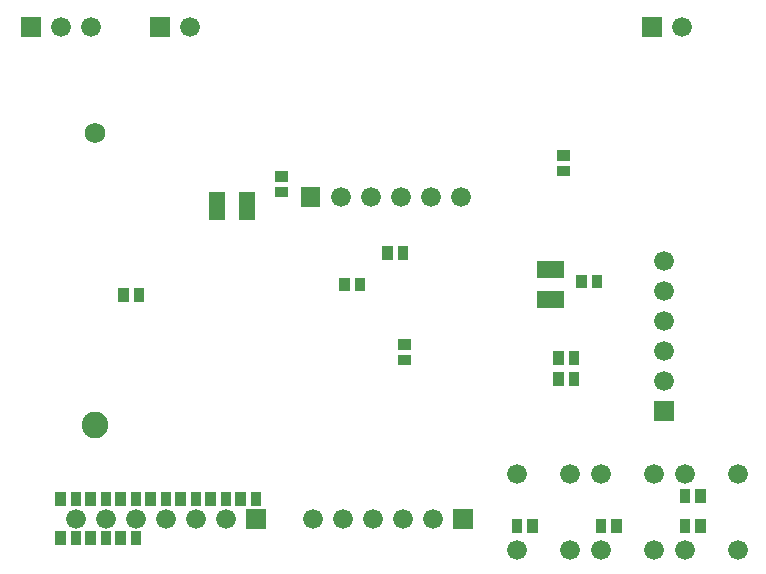
<source format=gbr>
G04 start of page 5 for group -4062 idx -4062 *
G04 Title: (unknown), soldermask *
G04 Creator: pcb 20091103 *
G04 CreationDate: Sun 29 Aug 2010 13:54:54 GMT UTC *
G04 For: thomas *
G04 Format: Gerber/RS-274X *
G04 PCB-Dimensions: 600000 500000 *
G04 PCB-Coordinate-Origin: lower left *
%MOIN*%
%FSLAX25Y25*%
%LNBACKMASK*%
%ADD14C,0.0200*%
%ADD36C,0.0660*%
%ADD37C,0.0887*%
%ADD38C,0.0690*%
%ADD43R,0.0355X0.0355*%
%ADD52R,0.0550X0.0550*%
G54D36*X240000Y323000D03*
X257717Y297409D03*
Y323000D03*
X240000Y297409D03*
X212000Y323000D03*
X229717Y297409D03*
Y323000D03*
X212000Y297409D03*
X201717D03*
Y323000D03*
G54D14*G36*
X111833Y418395D02*Y411795D01*
X118433D01*
Y418395D01*
X111833D01*
G37*
G54D36*X125133Y415095D03*
X135133D03*
X145133D03*
X155133D03*
G54D14*G36*
X61700Y475300D02*Y468700D01*
X68300D01*
Y475300D01*
X61700D01*
G37*
G54D36*X75000Y472000D03*
G54D37*X43275Y339079D03*
G54D38*Y436717D03*
G54D14*G36*
X18700Y475300D02*Y468700D01*
X25300D01*
Y475300D01*
X18700D01*
G37*
G54D36*X32000Y472000D03*
X42000D03*
X165133Y415095D03*
G54D14*G36*
X225700Y475300D02*Y468700D01*
X232300D01*
Y475300D01*
X225700D01*
G37*
G54D36*X239000Y472000D03*
G54D14*G36*
X229700Y347300D02*Y340700D01*
X236300D01*
Y347300D01*
X229700D01*
G37*
G54D36*X233000Y354000D03*
Y364000D03*
Y374000D03*
Y384000D03*
Y394000D03*
X184000Y323000D03*
Y297409D03*
G54D14*G36*
X162700Y311300D02*Y304700D01*
X169300D01*
Y311300D01*
X162700D01*
G37*
G54D36*X156000Y308000D03*
X146000D03*
X136000D03*
X126000D03*
X116000D03*
G54D14*G36*
X93700Y311300D02*Y304700D01*
X100300D01*
Y311300D01*
X93700D01*
G37*
G54D36*X87000Y308000D03*
X77000D03*
X67000D03*
X57000D03*
X47000D03*
X37000D03*
G54D52*X84000Y414000D02*Y410400D01*
X94000Y414000D02*Y410400D01*
G54D43*X105016Y422000D02*X106000D01*
X105016Y416882D02*X106000D01*
X126441Y386492D02*Y385508D01*
X131559Y386492D02*Y385508D01*
X140882Y397000D02*Y396016D01*
X146000Y397000D02*Y396016D01*
X189118Y305984D02*Y305000D01*
X184000Y305984D02*Y305000D01*
X31882Y314984D02*Y314000D01*
X37000Y314984D02*Y314000D01*
X41882Y315000D02*Y314016D01*
X47000Y315000D02*Y314016D01*
X197882Y355000D02*Y354016D01*
Y361984D02*Y361000D01*
X203000Y355000D02*Y354016D01*
Y361984D02*Y361000D01*
X146000Y360882D02*X146984D01*
X146000Y366000D02*X146984D01*
G54D52*X193200Y381000D02*X196800D01*
X193200Y391000D02*X196800D01*
G54D43*X205441Y387492D02*Y386508D01*
X210559Y387492D02*Y386508D01*
X212000Y305984D02*Y305000D01*
X217118Y305984D02*Y305000D01*
X245118Y315984D02*Y315000D01*
X240000Y315984D02*Y315000D01*
Y306000D02*Y305016D01*
X245118Y306000D02*Y305016D01*
X52882Y383000D02*Y382016D01*
X58000Y383000D02*Y382016D01*
X41882Y301984D02*Y301000D01*
X37000Y301984D02*Y301000D01*
X47000Y301984D02*Y301000D01*
X51882Y314984D02*Y314000D01*
X57000Y314984D02*Y314000D01*
X51882Y301984D02*Y301000D01*
X57000Y301984D02*Y301000D01*
X91882Y314984D02*Y314000D01*
X97000Y314984D02*Y314000D01*
X81882Y315000D02*Y314016D01*
X87000Y315000D02*Y314016D01*
X61882Y315000D02*Y314016D01*
X71882Y315000D02*Y314016D01*
X77000Y315000D02*Y314016D01*
X67000Y315000D02*Y314016D01*
X31882Y301984D02*Y301000D01*
X199000Y429000D02*X199984D01*
X199000Y423882D02*X199984D01*
M02*

</source>
